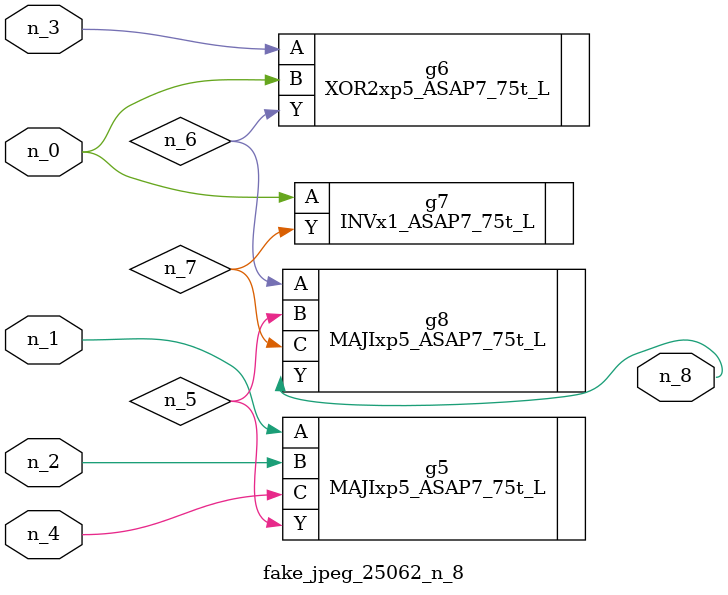
<source format=v>
module fake_jpeg_25062_n_8 (n_3, n_2, n_1, n_0, n_4, n_8);

input n_3;
input n_2;
input n_1;
input n_0;
input n_4;

output n_8;

wire n_6;
wire n_5;
wire n_7;

MAJIxp5_ASAP7_75t_L g5 ( 
.A(n_1),
.B(n_2),
.C(n_4),
.Y(n_5)
);

XOR2xp5_ASAP7_75t_L g6 ( 
.A(n_3),
.B(n_0),
.Y(n_6)
);

INVx1_ASAP7_75t_L g7 ( 
.A(n_0),
.Y(n_7)
);

MAJIxp5_ASAP7_75t_L g8 ( 
.A(n_6),
.B(n_5),
.C(n_7),
.Y(n_8)
);


endmodule
</source>
